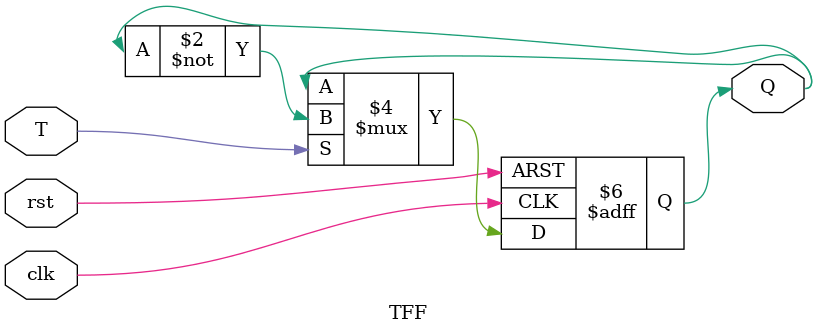
<source format=v>
`timescale 1ns / 1ps


module TFF(Q,T,clk,rst);

input T,clk,rst;
output reg Q;

always @ (posedge clk or posedge rst)
begin
    if (rst)
        Q = 1'b0;
    else
        begin
            if (T)
            Q = ~Q;
            else
            Q = Q;
        end
end
endmodule

</source>
